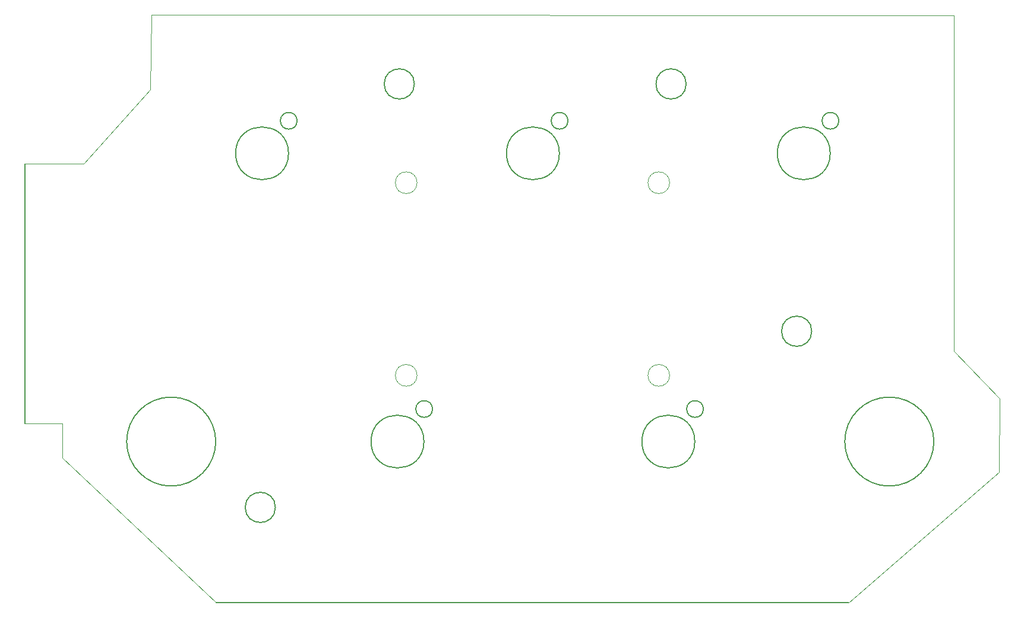
<source format=gbr>
%TF.GenerationSoftware,KiCad,Pcbnew,(5.1.6)-1*%
%TF.CreationDate,2020-11-25T10:01:43+11:00*%
%TF.ProjectId,INTR LT Panel PCB V1,494e5452-204c-4542-9050-616e656c2050,rev?*%
%TF.SameCoordinates,Original*%
%TF.FileFunction,Profile,NP*%
%FSLAX46Y46*%
G04 Gerber Fmt 4.6, Leading zero omitted, Abs format (unit mm)*
G04 Created by KiCad (PCBNEW (5.1.6)-1) date 2020-11-25 10:01:43*
%MOMM*%
%LPD*%
G01*
G04 APERTURE LIST*
%TA.AperFunction,Profile*%
%ADD10C,0.050000*%
%TD*%
%TA.AperFunction,Profile*%
%ADD11C,0.200000*%
%TD*%
G04 APERTURE END LIST*
D10*
X131550000Y-98500000D02*
G75*
G03*
X131550000Y-98500000I-1550000J0D01*
G01*
X131550000Y-71000000D02*
G75*
G03*
X131550000Y-71000000I-1550000J0D01*
G01*
X95550000Y-98500000D02*
G75*
G03*
X95550000Y-98500000I-1550000J0D01*
G01*
X95550000Y-71000000D02*
G75*
G03*
X95550000Y-71000000I-1550000J0D01*
G01*
X44958000Y-110286800D02*
X66929000Y-130911600D01*
X45008800Y-105359200D02*
X44958000Y-110286800D01*
X39674800Y-105359200D02*
X45008800Y-105359200D01*
X48006000Y-68275200D02*
X39674800Y-68275200D01*
X57556400Y-57658000D02*
X48006000Y-68275200D01*
X57658000Y-47040800D02*
X57556400Y-57658000D01*
X172034200Y-47117000D02*
X57658000Y-47040800D01*
X172034200Y-95046800D02*
X172034200Y-47117000D01*
X178587400Y-101803200D02*
X172034200Y-95046800D01*
X178511200Y-112318800D02*
X178587400Y-101803200D01*
X157099000Y-130937000D02*
X178511200Y-112318800D01*
D11*
X154443112Y-66802000D02*
G75*
G03*
X154443112Y-66802000I-3770312J0D01*
G01*
X75355449Y-117348000D02*
G75*
G03*
X75355449Y-117348000I-2152649J0D01*
G01*
X97751710Y-103306959D02*
G75*
G03*
X97751710Y-103306959I-1190625J0D01*
G01*
X155663710Y-62158959D02*
G75*
G03*
X155663710Y-62158959I-1190625J0D01*
G01*
X115835112Y-66802000D02*
G75*
G03*
X115835112Y-66802000I-3770312J0D01*
G01*
X169214800Y-107950000D02*
G75*
G03*
X169214800Y-107950000I-6350000J0D01*
G01*
X78447710Y-62158959D02*
G75*
G03*
X78447710Y-62158959I-1190625J0D01*
G01*
X135139112Y-107950000D02*
G75*
G03*
X135139112Y-107950000I-3770312J0D01*
G01*
X151809449Y-92202000D02*
G75*
G03*
X151809449Y-92202000I-2152649J0D01*
G01*
X96531112Y-107950000D02*
G75*
G03*
X96531112Y-107950000I-3770312J0D01*
G01*
X66852800Y-107950000D02*
G75*
G03*
X66852800Y-107950000I-6350000J0D01*
G01*
X133902449Y-56896000D02*
G75*
G03*
X133902449Y-56896000I-2152649J0D01*
G01*
X136359710Y-103306959D02*
G75*
G03*
X136359710Y-103306959I-1190625J0D01*
G01*
X95167449Y-56896000D02*
G75*
G03*
X95167449Y-56896000I-2152649J0D01*
G01*
X77227112Y-66802000D02*
G75*
G03*
X77227112Y-66802000I-3770312J0D01*
G01*
X117055710Y-62158959D02*
G75*
G03*
X117055710Y-62158959I-1190625J0D01*
G01*
X39674800Y-105359200D02*
X39674800Y-68275200D01*
X157099000Y-130937000D02*
X66929000Y-130911600D01*
M02*

</source>
